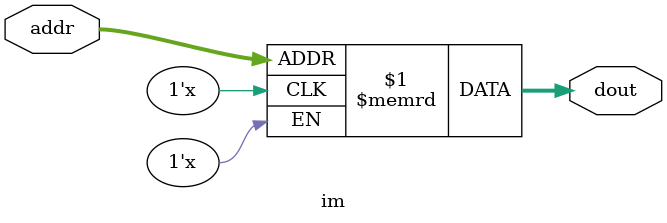
<source format=v>

module im(input  [8:2]  addr,
        	output [31:0] dout );

	reg  [31:0] RAM[127:0];


	assign dout = RAM[addr]; // word aligned
endmodule  

</source>
